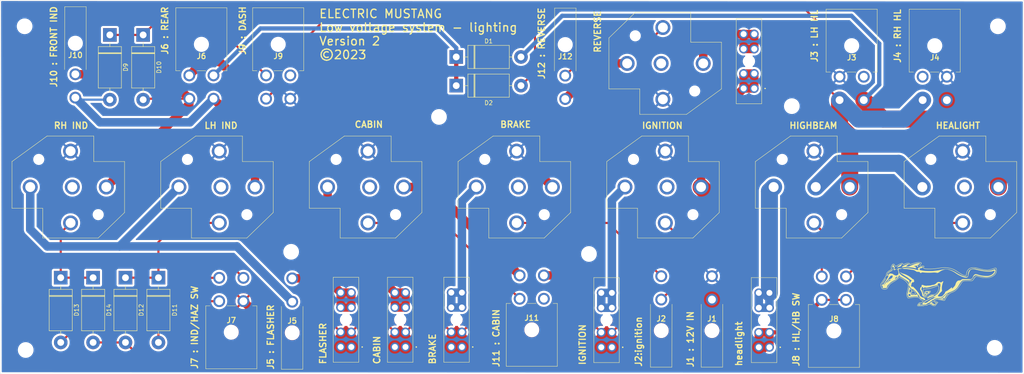
<source format=kicad_pcb>
(kicad_pcb (version 20221018) (generator pcbnew)
  (layers (0 "F.Cu" signal) (31 "B.Cu" signal) (34 "B.Paste" user) (35 "F.Paste" user) (36 "B.SilkS" user "B.Silkscreen") (37 "F.SilkS" user "F.Silkscreen") (38 "B.Mask" user) (39 "F.Mask" user) (44 "Edge.Cuts" user))
  (net 0 "")
  (net 1 "DASH_INDICATOR_INDICATOR")
  (net 2 "LH_FRONT_INDICATOR")
  (net 3 "RH_FRONT_INDICATOR")
  (net 4 "Net-(D11-Pad1)")
  (net 5 "Net-(D13-Pad1)")
  (net 6 "DASH_HIGHBEAM_INDICATOR")
  (net 7 "FLASHER_A")
  (net 8 "Net-(HEADLIGHT_FUSE1-Pad3)")
  (net 10 "HEADLIGHT_12V")
  (net 12 "FLASHER_B")
  (net 14 "LH_INDICATOR_SWITCH_RETURN")
  (net 15 "HAZARD_SWITCH_RETURN")
  (net 16 "RH_INDICATOR_SWITCH_RETURN")
  (net 17 "12V")
  (net 18 "LH_HEADLIGHT")
  (net 19 "HEADLIGHT_SWITCH_RETURN")
  (net 20 "HIGHBEAM_SWITCH_RETURN")
  (net 21 "IGNITION_ON_IN")
  (net 24 "Net-(LIGHTING_IGNITION_RELAY1-Pad3)")
  (net 26 "BRAKE_LIGHT")
  (net 28 "BRAKE_SIGNAL_IN")
  (net 30 "CABIN_LIGHT_SWITCH_RETURN")
  (net 31 "CABIN_LIGHT")
  (net 32 "Net-(CABIN_LIGHTS_FUSE1-Pad3)")
  (net 34 "TAIL_LIGHT")
  (net 35 "HEADLIGHT_SWITCH_SEND")
  (net 37 "GND")
  (net 38 "REVERSE_LIGHT")
  (net 39 "REVERSE_SIGNAL")
  (net 40 "Net-(BRAKE_LIGHT_FUSE_1-Pad3)")
  (net 41 "Net-(REVERSE_LIGHTS_FUSE1-Pad3)")
  (footprint "Library:DZ85AB5PCB" (layer "F.Cu") (at 240 80 180)
    (fp_text reference "LIGHTING_IGNITION_RELAY1" hide)
    (fp_text value "DZ85AB-5-PCB" hide)
    (pad "" np_thru_hole circle (at 1.91 -6.5 180) (size 0.001 0.001) (drill 2.11) (layers "*.Cu" "*.Mask"))
    (pad "" np_thru_hole circle (at 15.9 6.5 180) (size 0.001 0.001) (drill 2.11) (layers "*.Cu" "*.Mask"))
    (pad "1" thru_hole circle (at 0 0 180) (size 3.51 3.51) (drill 2.34) (layers "*.Cu" "*.Mask") (net 35 "HEADLIGHT_SWITCH_SEND"))
    (pad "2" thru_hole circle (at 8 0 180) (size 3.51 3.51) (drill 2.34) (layers "*.Cu" "*.Mask"))
    (pad "3" thru_hole circle (at 17.91 0 180) (size 3.51 3.51) (drill 2.34) (layers "*.Cu" "*.Mask") (net 24 "Net-(LIGHTING_IGNITION_RELAY1-Pad3)"))
    (pad "4" thru_hole circle (at 8.41 -8.45 180) (size 3.51 3.51) (drill 2.34) (layers "*.Cu" "*.Mask") (net 21 "IGNITION_ON_IN"))
    (pad "5" thru_hole circle (at 8.41 8.45 180) (size 3.51 3.51) (drill 2.34) (layers "*.Cu" "*.Mask") (net 37 "GND"))
  )
  (footprint "MountingHole:MountingHole_3.2mm_M3" (layer "F.Cu") (at 309.88 42.164)
    (fp_text reference "H2" hide)
    (fp_text value "MountingHole" hide)
    (pad "" np_thru_hole circle (at 0 0) (size 3.2 3.2) (drill 3.2) (layers "*.Cu" "*.Mask"))
  )
  (footprint "Library:768250004" (layer "F.Cu") (at 275.458 48.836 180)
    (fp_text reference "J3" (at 0 -0.694 180) (layer "F.SilkS") (effects (font (size 1.27 1.27) (thickness 0.254))))
    (fp_text value "76825-0004" hide)
    (pad "" np_thru_hole circle (at 0 2.1 180) (size 0.001 0.001) (drill 3.05) (layers "*.Cu" "*.Mask"))
    (pad "1" thru_hole circle (at -2.85 -10.7 180) (size 2.775 2.775) (drill 1.85) (layers "*.Cu" "*.Mask") (net 18 "LH_HEADLIGHT"))
    (pad "2" thru_hole circle (at 2.85 -10.7 180) (size 2.775 2.775) (drill 1.85) (layers "*.Cu" "*.Mask") (net 6 "DASH_HIGHBEAM_INDICATOR"))
    (pad "3" thru_hole circle (at -2.85 -5.2 180) (size 2.775 2.775) (drill 1.85) (layers "*.Cu" "*.Mask"))
    (pad "4" thru_hole circle (at 2.85 -5.2 180) (size 2.775 2.775) (drill 1.85) (layers "*.Cu" "*.Mask") (net 37 "GND"))
  )
  (footprint "Diode_THT:D_DO-201AD_P15.24mm_Horizontal" (layer "F.Cu") (at 108.673 44.196 -90)
    (fp_text reference "D10" (at 7.62 -3.72 90) (layer "F.SilkS"))
    (fp_text value "10A10" hide)
    (pad "1" thru_hole rect (at 0 0 270) (size 3.2 3.2) (drill 1.6) (layers "*.Cu" "*.Mask") (net 1 "DASH_INDICATOR_INDICATOR"))
    (pad "2" thru_hole oval (at 15.24 0 270) (size 3.2 3.2) (drill 1.6) (layers "*.Cu" "*.Mask") (net 3 "RH_FRONT_INDICATOR"))
  )
  (footprint "MountingHole:MountingHole_3.2mm_M3" (layer "F.Cu") (at 81.026 118.364)
    (fp_text reference "H3" hide)
    (fp_text value "MountingHole" hide)
    (pad "" np_thru_hole circle (at 0 0) (size 3.2 3.2) (drill 3.2) (layers "*.Cu" "*.Mask"))
  )
  (footprint "Library:768250002" (layer "F.Cu") (at 242.57 111.692)
    (fp_text reference "J1" (at 0 -0.694) (layer "F.SilkS") (effects (font (size 1.27 1.27) (thickness 0.254))))
    (fp_text value "76825-0002" hide)
    (pad "" np_thru_hole circle (at 0 2.1) (size 0.001 0.001) (drill 3.05) (layers "*.Cu" "*.Mask"))
    (pad "1" thru_hole circle (at 0 -10.7) (size 2.775 2.775) (drill 1.85) (layers "*.Cu" "*.Mask") (net 37 "GND"))
    (pad "2" thru_hole circle (at 0 -5.2) (size 2.775 2.775) (drill 1.85) (layers "*.Cu" "*.Mask") (net 17 "12V"))
  )
  (footprint "Library:DZ85AB5PCB" (layer "F.Cu") (at 222.606 50.904)
    (fp_text reference "REVERSE_LIGHT_RELAY1" hide)
    (fp_text value "DZ85AB-5-PCB" hide)
    (pad "" np_thru_hole circle (at 1.91 -6.5) (size 0.001 0.001) (drill 2.11) (layers "*.Cu" "*.Mask"))
    (pad "" np_thru_hole circle (at 15.9 6.5) (size 0.001 0.001) (drill 2.11) (layers "*.Cu" "*.Mask"))
    (pad "1" thru_hole circle (at 0 0) (size 3.51 3.51) (drill 2.34) (layers "*.Cu" "*.Mask") (net 38 "REVERSE_LIGHT"))
    (pad "2" thru_hole circle (at 8 0) (size 3.51 3.51) (drill 2.34) (layers "*.Cu" "*.Mask"))
    (pad "3" thru_hole circle (at 17.91 0) (size 3.51 3.51) (drill 2.34) (layers "*.Cu" "*.Mask") (net 41 "Net-(REVERSE_LIGHTS_FUSE1-Pad3)"))
    (pad "4" thru_hole circle (at 8.41 -8.45) (size 3.51 3.51) (drill 2.34) (layers "*.Cu" "*.Mask") (net 39 "REVERSE_SIGNAL"))
    (pad "5" thru_hole circle (at 8.41 8.45) (size 3.51 3.51) (drill 2.34) (layers "*.Cu" "*.Mask") (net 37 "GND"))
  )
  (footprint "Library:DZ85AB5PCB" (layer "F.Cu") (at 310 80 180)
    (fp_text reference "HEADLIGHT_RELAY1" hide)
    (fp_text value "DZ85AB-5-PCB" hide)
    (pad "" np_thru_hole circle (at 1.91 -6.5 180) (size 0.001 0.001) (drill 2.11) (layers "*.Cu" "*.Mask"))
    (pad "" np_thru_hole circle (at 15.9 6.5 180) (size 0.001 0.001) (drill 2.11) (layers "*.Cu" "*.Mask"))
    (pad "1" thru_hole circle (at 0 0 180) (size 3.51 3.51) (drill 2.34) (layers "*.Cu" "*.Mask") (net 18 "LH_HEADLIGHT"))
    (pad "2" thru_hole circle (at 8 0 180) (size 3.51 3.51) (drill 2.34) (layers "*.Cu" "*.Mask"))
    (pad "3" thru_hole circle (at 17.91 0 180) (size 3.51 3.51) (drill 2.34) (layers "*.Cu" "*.Mask") (net 10 "HEADLIGHT_12V"))
    (pad "4" thru_hole circle (at 8.41 -8.45 180) (size 3.51 3.51) (drill 2.34) (layers "*.Cu" "*.Mask") (net 19 "HEADLIGHT_SWITCH_RETURN"))
    (pad "5" thru_hole circle (at 8.41 8.45 180) (size 3.51 3.51) (drill 2.34) (layers "*.Cu" "*.Mask") (net 37 "GND"))
  )
  (footprint "Diode_THT:D_DO-201AD_P15.24mm_Horizontal" (layer "F.Cu") (at 89.27 101.346 -90)
    (fp_text reference "D13" (at 7.62 -3.72 90) (layer "F.SilkS"))
    (fp_text value "10A10" hide)
    (pad "1" thru_hole rect (at 0 0 270) (size 3.2 3.2) (drill 1.6) (layers "*.Cu" "*.Mask") (net 5 "Net-(D13-Pad1)"))
    (pad "2" thru_hole oval (at 15.24 0 270) (size 3.2 3.2) (drill 1.6) (layers "*.Cu" "*.Mask") (net 16 "RH_INDICATOR_SWITCH_RETURN"))
  )
  (footprint "Library:DZ85AB5PCB" (layer "F.Cu") (at 135 80 180)
    (fp_text reference "LH_INDICATOR_RELAY1" hide)
    (fp_text value "DZ85AB-5-PCB" hide)
    (pad "" np_thru_hole circle (at 1.91 -6.5 180) (size 0.001 0.001) (drill 2.11) (layers "*.Cu" "*.Mask"))
    (pad "" np_thru_hole circle (at 15.9 6.5 180) (size 0.001 0.001) (drill 2.11) (layers "*.Cu" "*.Mask"))
    (pad "1" thru_hole circle (at 0 0 180) (size 3.51 3.51) (drill 2.34) (layers "*.Cu" "*.Mask") (net 2 "LH_FRONT_INDICATOR"))
    (pad "2" thru_hole circle (at 8 0 180) (size 3.51 3.51) (drill 2.34) (layers "*.Cu" "*.Mask"))
    (pad "3" thru_hole circle (at 17.91 0 180) (size 3.51 3.51) (drill 2.34) (layers "*.Cu" "*.Mask") (net 12 "FLASHER_B"))
    (pad "4" thru_hole circle (at 8.41 -8.45 180) (size 3.51 3.51) (drill 2.34) (layers "*.Cu" "*.Mask") (net 4 "Net-(D11-Pad1)"))
    (pad "5" thru_hole circle (at 8.41 8.45 180) (size 3.51 3.51) (drill 2.34) (layers "*.Cu" "*.Mask") (net 37 "GND"))
  )
  (footprint "Library:768250002" (layer "F.Cu") (at 92.71 48.26 180)
    (fp_text reference "J10" (at 0 -0.694 180) (layer "F.SilkS") (effects (font (size 1.27 1.27) (thickness 0.254))))
    (fp_text value "76825-0002" hide)
    (pad "" np_thru_hole circle (at 0 2.1 180) (size 0.001 0.001) (drill 3.05) (layers "*.Cu" "*.Mask"))
    (pad "1" thru_hole circle (at 0 -10.7 180) (size 2.775 2.775) (drill 1.85) (layers "*.Cu" "*.Mask") (net 2 "LH_FRONT_INDICATOR"))
    (pad "2" thru_hole circle (at 0 -5.2 180) (size 2.775 2.775) (drill 1.85) (layers "*.Cu" "*.Mask") (net 3 "RH_FRONT_INDICATOR"))
  )
  (footprint "Library:DZ85AB5PCB" (layer "F.Cu") (at 275 80 180)
    (fp_text reference "HIGHBEAM_RELAY1" hide)
    (fp_text value "DZ85AB-5-PCB" hide)
    (pad "" np_thru_hole circle (at 1.91 -6.5 180) (size 0.001 0.001) (drill 2.11) (layers "*.Cu" "*.Mask"))
    (pad "" np_thru_hole circle (at 15.9 6.5 180) (size 0.001 0.001) (drill 2.11) (layers "*.Cu" "*.Mask"))
    (pad "1" thru_hole circle (at 0 0 180) (size 3.51 3.51) (drill 2.34) (layers "*.Cu" "*.Mask") (net 6 "DASH_HIGHBEAM_INDICATOR"))
    (pad "2" thru_hole circle (at 8 0 180) (size 3.51 3.51) (drill 2.34) (layers "*.Cu" "*.Mask") (net 10 "HEADLIGHT_12V"))
    (pad "3" thru_hole circle (at 17.91 0 180) (size 3.51 3.51) (drill 2.34) (layers "*.Cu" "*.Mask") (net 8 "Net-(HEADLIGHT_FUSE1-Pad3)"))
    (pad "4" thru_hole circle (at 8.41 -8.45 180) (size 3.51 3.51) (drill 2.34) (layers "*.Cu" "*.Mask") (net 20 "HIGHBEAM_SWITCH_RETURN"))
    (pad "5" thru_hole circle (at 8.41 8.45 180) (size 3.51 3.51) (drill 2.34) (layers "*.Cu" "*.Mask") (net 37 "GND"))
  )
  (footprint "Diode_THT:D_DO-201AD_P15.24mm_Horizontal" (layer "F.Cu") (at 182.372 49.384)
    (fp_text reference "D1" (at 7.62 -3.72) (layer "F.SilkS"))
    (fp_text value "10A10" hide)
    (pad "1" thru_hole rect (at 0 0) (size 3.2 3.2) (drill 1.6) (layers "*.Cu" "*.Mask") (net 34 "TAIL_LIGHT"))
    (pad "2" thru_hole oval (at 15.24 0) (size 3.2 3.2) (drill 1.6) (layers "*.Cu" "*.Mask") (net 18 "LH_HEADLIGHT"))
  )
  (footprint "Library:768250004" (layer "F.Cu") (at 271.272 111.76)
    (fp_text reference "J8" (at 0 -0.694) (layer "F.SilkS") (effects (font (size 1.27 1.27) (thickness 0.254))))
    (fp_text value "76825-0004" hide)
    (pad "" np_thru_hole circle (at 0 2.1) (size 0.001 0.001) (drill 3.05) (layers "*.Cu" "*.Mask"))
    (pad "1" thru_hole circle (at -2.85 -10.7) (size 2.775 2.775) (drill 1.85) (layers "*.Cu" "*.Mask") (net 20 "HIGHBEAM_SWITCH_RETURN"))
    (pad "2" thru_hole circle (at 2.85 -10.7) (size 2.775 2.775) (drill 1.85) (layers "*.Cu" "*.Mask") (net 19 "HEADLIGHT_SWITCH_RETURN"))
    (pad "3" thru_hole circle (at -2.85 -5.2) (size 2.775 2.775) (drill 1.85) (layers "*.Cu" "*.Mask") (net 35 "HEADLIGHT_SWITCH_SEND"))
    (pad "4" thru_hole circle (at 2.85 -5.2) (size 2.775 2.775) (drill 1.85) (layers "*.Cu" "*.Mask") (net 35 "HEADLIGHT_SWITCH_SEND"))
  )
  (footprint "Diode_THT:D_DO-201AD_P15.24mm_Horizontal" (layer "F.Cu") (at 182.372 56.134)
    (fp_text reference "D2" (at 7.62 4.064) (layer "F.SilkS"))
    (fp_text value "10A10" hide)
    (pad "1" thru_hole rect (at 0 0) (size 3.2 3.2) (drill 1.6) (layers "*.Cu" "*.Mask") (net 34 "TAIL_LIGHT"))
    (pad "2" thru_hole oval (at 15.24 0) (size 3.2 3.2) (drill 1.6) (layers "*.Cu" "*.Mask") (net 6 "DASH_HIGHBEAM_INDICATOR"))
  )
  (footprint "Library:17861650001" (layer "F.Cu") (at 219.011 117.718 90)
    (fp_text reference "LIGHTING_MASTER_FUSE1" hide)
    (fp_text value "178.6165.0001" hide)
    (pad "" np_thru_hole circle (at 6.4 -1.25 90) (size 0.001 0.001) (drill 2.4) (layers "*.Cu" "*.Mask"))
    (pad "1" thru_hole circle (at 0 0 90) (size 2.1 2.1) (drill 1.4) (layers "*.Cu" "*.Mask") (net 17 "12V"))
    (pad "2" thru_hole circle (at 3.5 0 90) (size 2.1 2.1) (drill 1.4) (layers "*.Cu" "*.Mask") (net 17 "12V"))
    (pad "3" thru_hole circle (at 9.3 0 90) (size 2.1 2.1) (drill 1.4) (layers "*.Cu" "*.Mask") (net 24 "Net-(LIGHTING_IGNITION_RELAY1-Pad3)"))
    (pad "4" thru_hole circle (at 12.8 0 90) (size 2.1 2.1) (drill 1.4) (layers "*.Cu" "*.Mask") (net 24 "Net-(LIGHTING_IGNITION_RELAY1-Pad3)"))
    (pad "5" thru_hole circle (at 12.8 -2.5 90) (size 2.1 2.1) (drill 1.4) (layers "*.Cu" "*.Mask") (net 24 "Net-(LIGHTING_IGNITION_RELAY1-Pad3)"))
    (pad "6" thru_hole circle (at 9.3 -2.5 90) (size 2.1 2.1) (drill 1.4) (layers "*.Cu" "*.Mask") (net 24 "Net-(LIGHTING_IGNITION_RELAY1-Pad3)"))
    (pad "7" thru_hole circle (at 3.5 -2.5 90) (size 2.1 2.1) (drill 1.4) (layers "*.Cu" "*.Mask") (net 17 "12V"))
    (pad "8" thru_hole circle (at 0 -2.5 90) (size 2.1 2.1) (drill 1.4) (layers "*.Cu" "*.Mask") (net 17 "12V"))
  )
  (footprint "MountingHole:MountingHole_3.2mm_M3" (layer "F.Cu") (at 309.118 117.856)
    (fp_text reference "H4" hide)
    (fp_text value "MountingHole" hide)
    (pad "" np_thru_hole circle (at 0 0) (size 3.2 3.2) (drill 3.2) (layers "*.Cu" "*.Mask"))
  )
  (footprint "Library:DZ85AB5PCB" (layer "F.Cu") (at 205 80 180)
    (fp_text reference "BRAKE_LIGHT_RELAY1" hide)
    (fp_text value "DZ85AB-5-PCB" hide)
    (pad "" np_thru_hole circle (at 1.91 -6.5 180) (size 0.001 0.001) (drill 2.11) (layers "*.Cu" "*.Mask"))
    (pad "" np_thru_hole circle (at 15.9 6.5 180) (size 0.001 0.001) (drill 2.11) (layers "*.Cu" "*.Mask"))
    (pad "1" thru_hole circle (at 0 0 180) (size 3.51 3.51) (drill 2.34) (layers "*.Cu" "*.Mask") (net 26 "BRAKE_LIGHT"))
    (pad "2" thru_hole circle (at 8 0 180) (size 3.51 3.51) (drill 2.34) (layers "*.Cu" "*.Mask"))
    (pad "3" thru_hole circle (at 17.91 0 180) (size 3.51 3.51) (drill 2.34) (layers "*.Cu" "*.Mask") (net 40 "Net-(BRAKE_LIGHT_FUSE_1-Pad3)"))
    (pad "4" thru_hole circle (at 8.41 -8.45 180) (size 3.51 3.51) (drill 2.34) (layers "*.Cu" "*.Mask") (net 28 "BRAKE_SIGNAL_IN"))
    (pad "5" thru_hole circle (at 8.41 8.45 180) (size 3.51 3.51) (drill 2.34) (layers "*.Cu" "*.Mask") (net 37 "GND"))
  )
  (footprint "Library:768250002" (layer "F.Cu") (at 208.026 48.582 180)
    (fp_text reference "J12" (at 0 -0.694 180) (layer "F.SilkS") (effects (font (size 1.27 1.27) (thickness 0.254))))
    (fp_text value "76825-0002" hide)
    (pad "" np_thru_hole circle (at 0 2.1 180) (size 0.001 0.001) (drill 3.05) (layers "*.Cu" "*.Mask"))
    (pad "1" thru_hole circle (at 0 -10.7 180) (size 2.775 2.775) (drill 1.85) (layers "*.Cu" "*.Mask") (net 38 "REVERSE_LIGHT"))
    (pad "2" thru_hole circle (at 0 -5.2 180) (size 2.775 2.775) (drill 1.85) (layers "*.Cu" "*.Mask") (net 39 "REVERSE_SIGNAL"))
  )
  (footprint "Library:17861650001" (layer "F.Cu") (at 183.705 117.652 90)
    (fp_text reference "BRAKE_LIGHT_FUSE_1" hide)
    (fp_text value "178.6165.0001" hide)
    (pad "" np_thru_hole circle (at 6.4 -1.25 90) (size 0.001 0.001) (drill 2.4) (layers "*.Cu" "*.Mask"))
    (pad "1" thru_hole circle (at 0 0 90) (size 2.1 2.1) (drill 1.4) (layers "*.Cu" "*.Mask") (net 17 "12V"))
    (pad "2" thru_hole circle (at 3.5 0 90) (size 2.1 2.1) (drill 1.4) (layers "*.Cu" "*.Mask") (net 17 "12V"))
    (pad "3" thru_hole circle (at 9.3 0 90) (size 2.1 2.1) (drill 1.4) (layers "*.Cu" "*.Mask") (net 40 "Net-(BRAKE_LIGHT_FUSE_1-Pad3)"))
    (pad "4" thru_hole circle (at 12.8 0 90) (size 2.1 2.1) (drill 1.4) (layers "*.Cu" "*.Mask") (net 40 "Net-(BRAKE_LIGHT_FUSE_1-Pad3)"))
    (pad "5" thru_hole circle (at 12.8 -2.5 90) (size 2.1 2.1) (drill 1.4) (layers "*.Cu" "*.Mask") (net 40 "Net-(BRAKE_LIGHT_FUSE_1-Pad3)"))
    (pad "6" thru_hole circle (at 9.3 -2.5 90) (size 2.1 2.1) (drill 1.4) (layers "*.Cu" "*.Mask") (net 40 "Net-(BRAKE_LIGHT_FUSE_1-Pad3)"))
    (pad "7" thru_hole circle (at 3.5 -2.5 90) (size 2.1 2.1) (drill 1.4) (layers "*.Cu" "*.Mask") (net 17 "12V"))
    (pad "8" thru_hole circle (at 0 -2.5 90) (size 2.1 2.1) (drill 1.4) (layers "*.Cu" "*.Mask") (net 17 "12V"))
  )
  (footprint "Library:768250002" (layer "F.Cu") (at 143.764 112.2)
    (fp_text reference "J5" (at 0 -0.694) (layer "F.SilkS") (effects (font (size 1.27 1.27) (thickness 0.254))))
    (fp_text value "76825-0002" hide)
    (pad "" np_thru_hole circle (at 0 2.1) (size 0.001 0.001) (drill 3.05) (layers "*.Cu" "*.Mask"))
    (pad "1" thru_hole circle (at 0 -10.7) (size 2.775 2.775) (drill 1.85) (layers "*.Cu" "*.Mask") (net 7 "FLASHER_A"))
    (pad "2" thru_hole circle (at 0 -5.2) (size 2.775 2.775) (drill 1.85) (layers "*.Cu" "*.Mask") (net 12 "FLASHER_B"))
  )
  (footprint "Diode_THT:D_DO-201AD_P15.24mm_Horizontal" (layer "F.Cu") (at 96.89 101.346 -90)
    (fp_text reference "D14" (at 7.62 -3.72 90) (layer "F.SilkS"))
    (fp_text value "10A10" hide)
    (pad "1" thru_hole rect (at 0 0 270) (size 3.2 3.2) (drill 1.6) (layers "*.Cu" "*.Mask") (net 5 "Net-(D13-Pad1)"))
    (pad "2" thru_hole oval (at 15.24 0 270) (size 3.2 3.2) (drill 1.6) (layers "*.Cu" "*.Mask") (net 15 "HAZARD_SWITCH_RETURN"))
  )
  (footprint "local:mustang" (layer "F.Cu") (at 295.91 102.87)
    (fp_text reference "G***" hide)
    (fp_text value "LOGO" hide)
  )
  (footprint "Library:768250004" (layer "F.Cu") (at 140.462 48.514 180)
    (fp_text reference "J9" (at 0 -0.694 180) (layer "F.SilkS") (effects (font (size 1.27 1.27) (thickness 0.254))))
    (fp_text value "76825-0004" hide)
    (pad "" np_thru_hole circle (at 0 2.1 180) (size 0.001 0.001) (drill 3.05) (layers "*.Cu" "*.Mask"))
    (pad "1" thru_hole circle (at -2.85 -10.7 180) (size 2.775 2.775) (drill 1.85) (layers "*.Cu" "*.Mask") (net 37 "GND"))
    (pad "2" thru_hole circle (at 2.85 -10.7 180) (size 2.775 2.775) (drill 1.85) (layers "*.Cu" "*.Mask") (net 6 "DASH_HIGHBEAM_INDICATOR"))
    (pad "3" thru_hole circle (at -2.85 -5.2 180) (size 2.775 2.775) (drill 1.85) (layers "*.Cu" "*.Mask"))
    (pad "4" thru_hole circle (at 2.85 -5.2 180) (size 2.775 2.775) (drill 1.85) (layers "*.Cu" "*.Mask") (net 1 "DASH_INDICATOR_INDICATOR"))
  )
  (footprint "Library:17861650001" (layer "F.Cu") (at 252.517 56.796 90)
    (fp_text reference "REVERSE_LIGHTS_FUSE1" hide)
    (fp_text value "178.6165.0001" hide)
    (pad "" np_thru_hole circle (at 6.4 -1.25 90) (size 0.001 0.001) (drill 2.4) (layers "*.Cu" "*.Mask"))
    (pad "1" thru_hole circle (at 0 0 90) (size 2.1 2.1) (drill 1.4) (layers "*.Cu" "*.Mask") (net 35 "HEADLIGHT_SWITCH_SEND"))
    (pad "2" thru_hole circle (at 3.5 0 90) (size 2.1 2.1) (drill 1.4) (layers "*.Cu" "*.Mask") (net 35 "HEADLIGHT_SWITCH_SEND"))
    (pad "3" thru_hole circle (at 9.3 0 90) (size 2.1 2.1) (drill 1.4) (layers "*.Cu" "*.Mask") (net 41 "Net-(REVERSE_LIGHTS_FUSE1-Pad3)"))
    (pad "4" thru_hole circle (at 12.8 0 90) (size 2.1 2.1) (drill 1.4) (layers "*.Cu" "*.Mask") (net 41 "Net-(REVERSE_LIGHTS_FUSE1-Pad3)"))
    (pad "5" thru_hole circle (at 12.8 -2.5 90) (size 2.1 2.1) (drill 1.4) (layers "*.Cu" "*.Mask") (net 41 "Net-(REVERSE_LIGHTS_FUSE1-Pad3)"))
    (pad "6" thru_hole circle (at 9.3 -2.5 90) (size 2.1 2.1) (drill 1.4) (layers "*.Cu" "*.Mask") (net 41 "Net-(REVERSE_LIGHTS_FUSE1-Pad3)"))
    (pad "7" thru_hole circle (at 3.5 -2.5 90) (size 2.1 2.1) (drill 1.4) (layers "*.Cu" "*.Mask") (net 35 "HEADLIGHT_SWITCH_SEND"))
    (pad "8" thru_hole circle (at 0 -2.5 90) (size 2.1 2.1) (drill 1.4) (layers "*.Cu" "*.Mask") (net 35 "HEADLIGHT_SWITCH_SEND"))
  )
  (footprint "MountingHole:MountingHole_3.2mm_M3" (layer "F.Cu") (at 213.614 95.758)
    (fp_text reference "H7" hide)
    (fp_text value "MountingHole" hide)
    (pad "" np_thru_hole circle (at 0 0) (size 3.2 3.2) (drill 3.2) (layers "*.Cu" "*.Mask"))
  )
  (footprint "Diode_THT:D_DO-201AD_P15.24mm_Horizontal" (layer "F.Cu") (at 104.51 101.346 -90)
    (fp_text reference "D12" (at 7.62 -3.72 90) (layer "F.SilkS"))
    (fp_text value "10A10" hide)
    (pad "1" thru_hole rect (at 0 0 270) (size 3.2 3.2) (drill 1.6) (layers "*.Cu" "*.Mask") (net 4 "Net-(D11-Pad1)"))
    (pad "2" thru_hole oval (at 15.24 0 270) (size 3.2 3.2) (drill 1.6) (layers "*.Cu" "*.Mask") (net 15 "HAZARD_SWITCH_RETURN"))
  )
  (footprint "MountingHole:MountingHole_3.2mm_M3" (layer "F.Cu") (at 261.366 60.96)
    (fp_text reference "H8" hide)
    (fp_text value "MountingHole" hide)
    (pad "" np_thru_hole circle (at 0 0) (size 3.2 3.2) (drill 3.2) (layers "*.Cu" "*.Mask"))
  )
  (footprint "Library:DZ85AB5PCB" (layer "F.Cu") (at 100 80 180)
    (fp_text reference "RH_INDICATOR_RELAY1" hide)
    (fp_text value "DZ85AB-5-PCB" hide)
    (pad "" np_thru_hole circle (at 1.91 -6.5 180) (size 0.001 0.001) (drill 2.11) (layers "*.Cu" "*.Mask"))
    (pad "" np_thru_hole circle (at 15.9 6.5 180) (size 0.001 0.001) (drill 2.11) (layers "*.Cu" "*.Mask"))
    (pad "1" thru_hole circle (at 0 0 180) (size 3.51 3.51) (drill 2.34) (layers "*.Cu" "*.Mask") (net 3 "RH_FRONT_INDICATOR"))
    (pad "2" thru_hole circle (at 8 0 180) (size 3.51 3.51) (drill 2.34) (layers "*.Cu" "*.Mask"))
    (pad "3" thru_hole circle (at 17.91 0 180) (size 3.51 3.51) (drill 2.34) (layers "*.Cu" "*.Mask") (net 12 "FLASHER_B"))
    (pad "4" thru_hole circle (at 8.41 -8.45 180) (size 3.51 3.51) (drill 2.34) (layers "*.Cu" "*.Mask") (net 5 "Net-(D13-Pad1)"))
    (pad "5" thru_hole circle (at 8.41 8.45 180) (size 3.51 3.51) (drill 2.34) (layers "*.Cu" "*.Mask") (net 37 "GND"))
  )
  (footprint "Library:17861650001" (layer "F.Cu") (at 157.671 117.652 90)
    (fp_text reference "FLASHER_FUSE1" hide)
    (fp_text value "178.6165.0001" hide)
    (pad "" np_thru_hole circle (at 6.4 -1.25 90) (size 0.001 0.001) (drill 2.4) (layers "*.Cu" "*.Mask"))
    (pad "1" thru_hole circle (at 0 0 90) (size 2.1 2.1) (drill 1.4) (layers "*.Cu" "*.Mask") (net 17 "12V"))
    (pad "2" thru_hole circle (at 3.5 0 90) (size 2.1 2.1) (drill 1.4) (layers "*.Cu" "*.Mask") (net 17 "12V"))
    (pad "3" thru_hole circle (at 9.3 0 90) (size 2.1 2.1) (drill 1.4) (layers "*.Cu" "*.Mask") (net 7 "FLASHER_A"))
    (pad "4" thru_hole circle (at 12.8 0 90) (size 2.1 2.1) (drill 1.4) (layers "*.Cu" "*.Mask") (net 7 "FLASHER_A"))
    (pad "5" thru_hole circle (at 12.8 -2.5 90) (size 2.1 2.1) (drill 1.4) (layers "*.Cu" "*.Mask") (net 7 "FLASHER_A"))
    (pad "6" thru_hole circle (at 9.3 -2.5 90) (size 2.1 2.1) (drill 1.4) (layers "*.Cu" "*.Mask") (net 7 "FLASHER_A"))
    (pad "7" thru_hole circle (at 3.5 -2.5 90) (size 2.1 2.1) (drill 1.4) (layers "*.Cu" "*.Mask") (net 17 "12V"))
    (pad "8" thru_hole circle (at 0 -2.5 90) (size 2.1 2.1) (drill 1.4) (layers "*.Cu" "*.Mask") (net 17 "12V"))
  )
  (footprint "Diode_THT:D_DO-201AD_P15.24mm_Horizontal" (layer "F.Cu") (at 112.268 101.346 -90)
    (fp_text reference "D11" (at 7.62 -3.81 90) (layer "F.SilkS"))
    (fp_text value "10A10" hide)
    (pad "1" thru_hole rect (at 0 0 270) (size 3.2 3.2) (drill 1.6) (layers "*.Cu" "*.Mask") (net 4 "Net-(D11-Pad1)"))
    (pad "2" thru_hole oval (at 15.24 0 270) (size 3.2 3.2) (drill 1.6) (layers "*.Cu" "*.Mask") (net 14 "LH_INDICATOR_SWITCH_RETURN"))
  )
  (footprint "Library:768250004" (layer "F.Cu") (at 129.424 112.074)
    (fp_text reference "J7" (at 0 -0.694) (layer "F.SilkS") (effects (font (size 1.27 1.27) (thickness 0.254))))
    (fp_text value "76825-0004" hide)
    (pad "" np_thru_hole circle (at 0 2.1) (size 0.001 0.001) (drill 3.05) (layers "*.Cu" "*.Mask"))
    (pad "1" thru_hole circle (at -2.85 -10.7) (size 2.775 2.775) (drill 1.85) (layers "*.Cu" "*.Mask") (net 14 "LH_INDICATOR_SWITCH_RETURN"))
    (pad "2" thru_hole circle (at 2.85 -10.7) (size 2.775 2.775) (drill 1.85) (layers "*.Cu" "*.Mask") (net 16 "RH_INDICATOR_SWITCH_RETURN"))
    (pad "3" thru_hole circle (at -2.85 -5.2) (size 2.775 2.775) (drill 1.85) (layers "*.Cu" "*.Mask") (net 15 "HAZARD_SWITCH_RETURN"))
    (pad "4" thru_hole circle (at 2.85 -5.2) (size 2.775 2.775) (drill 1.85) (layers "*.Cu" "*.Mask") (net 17 "12V"))
  )
  (footprint "Library:768250002" (layer "F.Cu") (at 230.632 111.692)
    (fp_text reference "J2" (at 0 -0.694) (layer "F.SilkS") (effects (font (size 1.27 1.27) (thickness 0.254))))
    (fp_text value "76825-0002" hide)
    (pad "" np_thru_hole circle (at 0 2.1) (size 0.001 0.001) (drill 3.05) (layers "*.Cu" "*.Mask"))
    (pad "1" thru_hole circle (at 0 -10.7) (size 2.775 2.775) (drill 1.85) (layers "*.Cu" "*.Mask") (net 28 "BRAKE_SIGNAL_IN"))
    (pad "2" thru_hole circle (at 0 -5.2) (size 2.775 2.775) (drill 1.85) (layers "*.Cu" "*.Mask") (net 21 "IGNITION_ON_IN"))
  )
  (footprint "MountingHole:MountingHole_3.2mm_M3" (layer "F.Cu") (at 178.308 63.5)
    (fp_text reference "H6" hide)
    (fp_text value "MountingHole" hide)
    (pad "" np_thru_hole circle (at 0 0) (size 3.2 3.2) (drill 3.2) (layers "*.Cu" "*.Mask"))
  )
  (footprint "Library:768250004" (layer "F.Cu") (at 200.152 111.506)
    (fp_text reference "J11" (at 0 -0.694) (layer "F.SilkS") (effects (font (size 1.27 1.27) (thickness 0.254))))
    (fp_text value "76825-0004" hide)
    (pad "" np_thru_hole circle (at 0 2.1) (size 0.001 0.001) (drill 3.05) (layers "*.Cu" "*.Mask"))
    (pad "1" thru_hole circle (at -2.85 -10.7) (size 2.775 2.775) (drill 1.85) (layers "*.Cu" "*.Mask") (net 31 "CABIN_LIGHT"))
    (pad "2" thru_hole circle (at 2.85 -10.7) (size 2.775 2.775) (drill 1.85) (layers "*.Cu" "*.Mask") (net 17 "12V"))
    (pad "3" thru_hole circle (at -2.85 -5.2) (size 2.775 2.775) (drill 1.85) (layers "*.Cu" "*.Mask") (net 30 "CABIN_LIGHT_SWITCH_RETURN"))
    (pad "4" thru_hole circle (at 2.85 -5.2) (size 2.775 2.775) (drill 1.85) (layers "*.Cu" "*.Mask"))
  )
  (footprint "Library:768250004" (layer "F.Cu") (at 122.389 48.514 180)
    (fp_text reference "J6" (at 0 -0.694 180) (layer "F.SilkS") (effects (font (size 1.27 1.27) (thickness 0.254))))
    (fp_text value "76825-0004" hide)
    (pad "" np_thru_hole circle (at 0 2.1 180) (size 0.001 0.001) (drill 3.05) (layers "*.Cu" "*.Mask"))
    (pad "1" thru_hole circle (at -2.85 -10.7 180) (size 2.775 2.775) (drill 1.85) (layers "*.Cu" "*.Mask") (net 2 "LH_FRONT_INDICATOR"))
    (pad "2" thru_hole circle (at 2.85 -10.7 180) (size 2.775 2.775) (drill 1.85) (layers "*.Cu" "*.Mask") (net 3 "RH_FRONT_INDICATOR"))
    (pad "3" thru_hole circle (at -2.85 -5.2 180) (size 2.775 2.775) (drill 1.85) (layers "*.Cu" "*.Mask") (net 34 "TAIL_LIGHT"))
    (pad "4" thru_hole circle (at 2.85 -5.2 180) (size 2.775 2.775) (drill 1.85) (layers "*.Cu" "*.Mask") (net 26 "BRAKE_LIGHT"))
  )
  (footprint "Library:17861650001" (layer "F.Cu") (at 256.095 117.718 90)
    (fp_text reference "HEADLIGHT_FUSE1" hide)
    (fp_text value "178.6165.0001" hide)
    (pad "" np_thru_hole circle (at 6.4 -1.25 90) (size 0.001 0.001) (drill 2.4) (layers "*.Cu" "*.Mask"))
    (pad "1" thru_hole circle (at 0 0 90) (size 2.1 2.1) (drill 1.4) (layers "*.Cu" "*.Mask") (net 35 "HEADLIGHT_SWITCH_SEND"))
    (pad "2" thru_hole circle (at 3.5 0 90) (size 2.1 2.1) (drill 1.4) (layers "*.Cu" "*.Mask") (net 35 "HEADLIGHT_SWITCH_SEND"))
    (pad "3" thru_hole circle (at 9.3 0 90) (size 2.1 2.1) (drill 1.4) (layers "*.Cu" "*.Mask") (net 8 "Net-(HEADLIGHT_FUSE1-Pad3)"))
    (pad "4" thru_hole circle (at 12.8 0 90) (size 2.1 2.1) (drill 1.4) (layers "*.Cu" "*.Mask") (net 8 "Net-(HEADLIGHT_FUSE1-Pad3)"))
    (pad "5" thru_hole circle (at 12.8 -2.5 90) (size 2.1 2.1) (drill 1.4) (layers "*.Cu" "*.Mask") (net 8 "Net-(HEADLIGHT_FUSE1-Pad3)"))
    (pad "6" thru_hole circle (at 9.3 -2.5 90) (size 2.1 2.1) (drill 1.4) (layers "*.Cu" "*.Mask") (net 8 "Net-(HEADLIGHT_FUSE1-Pad3)"))
    (pad "7" thru_hole circle (at 3.5 -2.5 90) (size 2.1 2.1) (drill 1.4) (layers "*.Cu" "*.Mask") (net 35 "HEADLIGHT_SWITCH_SEND"))
    (pad "8" thru_hole circle (at 0 -2.5 90) (size 2.1 2.1) (drill 1.4) (layers "*.Cu" "*.Mask") (net 35 "HEADLIGHT_SWITCH_SEND"))
  )
  (footprint "Library:768250004" (layer "F.Cu") (at 295.016 48.836 180)
    (fp_text reference "J4" (at 0 -0.694 180) (layer "F.SilkS") (effects (font (size 1.27 1.27) (thickness 0.254))))
    (fp_text value "76825-0004" hide)
    (pad "" np_thru_hole circle (at 0 2.1 180) (size 0.001 0.001) (drill 3.05) (layers "*.Cu" "*.Mask"))
    (pad "1" thru_hole circle (at -2.85 -10.7 180) (size 2.775 2.775) (drill 1.85) (layers "*.Cu" "*.Mask") (net 18 "LH_HEADLIGHT"))
    (pad "2" thru_hole circle (at 2.85 -10.7 180) (size 2.775 2.775) (drill 1.85) (layers "*.Cu" "*.Mask") (net 6 "DASH_HIGHBEAM_INDICATOR"))
    (pad "3" thru_hole circle (at -2.85 -5.2 180) (size 2.775 2.775) (drill 1.85) (layers "*.Cu" "*.Mask") (net 37 "GND"))
    (pad "4" thru_hole circle (at 2.85 -5.2 180) (size 2.775 2.775) (drill 1.85) (layers "*.Cu" "*.Mask"))
  )
  (footprint "Diode_THT:D_DO-201AD_P15.24mm_Horizontal" (layer "F.Cu") (at 100.838 44.196 -90)
    (fp_text reference "D9" (at 7.62 -3.72 90) (layer "F.SilkS"))
    (fp_text value "10A10" hide)
    (pad "1" thru_hole rect (at 0 0 270) (size 3.2 3.2) (drill 1.6) (layers "*.Cu" "*.Mask") (net 1 "DASH_INDICATOR_INDICATOR"))
    (pad "2" thru_hole oval (at 15.24 0 270) (size 3.2 3.2) (drill 1.6) (layers "*.Cu" "*.Mask") (net 2 "LH_FRONT_INDICATOR"))
  )
  (footprint "MountingHole:MountingHole_3.2mm_M3" (layer "F.Cu") (at 143.51 95.25)
    (fp_text reference "H5" hide)
    (fp_text value "MountingHole" hide)
    (pad "" np_thru_hole circle (at 0 0) (size 3.2 3.2) (drill 3.2) (layers "*.Cu" "*.Mask"))
  )
  (footprint "MountingHole:MountingHole_3.2mm_M3" (layer "F.Cu") (at 80.772 42.164)
    (fp_text reference "H1" hide)
    (fp_text value "MountingHole" hide)
    (pad "" np_thru_hole circle (at 0 0) (size 3.2 3.2) (drill 3.2) (layers "*.Cu" "*.Mask"))
  )
  (footprint "Library:DZ85AB5PCB" (layer "F.Cu") (at 170 80 180)
    (fp_text reference "CABIN_LIGHTS_RELAY1" hide)
    (fp_text value "DZ85AB-5-PCB" hide)
    (pad "" np_thru_hole circle (at 1.91 -6.5 180) (size 0.001 0.001) (drill 2.11) (layers "*.Cu" "*.Mask"))
    (pad "" np_thru_hole circle (at 15.9 6.5 180) (size 0.001 0.001) (drill 2.11) (layers "*.Cu" "*.Mask"))
    (pad "1" thru_hole circle (at 0 0 180) (size 3.51 3.51) (drill 2.34) (layers "*.Cu" "*.Mask") (net 31 "CABIN_LIGHT"))
    (pad "2" thru_hole circle (at 8 0 180) (size 3.51 3.51) (drill 2.34) (layers "*.Cu" "*.Mask"))
    (pad "3" thru_hole circle (at 17.91 0 180) (size 3.51 3.51) (drill 2.34) (layers "*.Cu" "*.Mask") (net 32 "Net-(CABIN_LIGHTS_FUSE1-Pad3)"))
    (pad "4" thru_hole circle (at 8.41 -8.45 180) (size 3.51 3.51) (drill 2.34) (layers "*.Cu" "*.Mask") (net 30 "CABIN_LIGHT_SWITCH_RETURN"))
    (pad "5" thru_hole circle (at 8.41 8.45 180) (size 3.51 3.51) (drill 2.34) (layers "*.Cu" "*.Mask") (net 37 "GND"))
  )
  (footprint "Library:17861650001" (layer "F.Cu") (at 170.434 117.652 90)
    (fp_text reference "CABIN_LIGHTS_FUSE1" hide)
    (fp_text value "178.6165.0001" hide)
    (pad "" np_thru_hole circle (at 6.4 -1.25 90) (size 0.001 0.001) (drill 2.4) (layers "*.Cu" "*.Mask"))
    (pad "1" thru_hole circle (at 0 0 90) (size 2.1 2.1) (drill 1.4) (layers "*.Cu" "*.Mask") (net 17 "12V"))
    (pad "2" thru_hole circle (at 3.5 0 90) (size 2.1 2.1) (drill 1.4) (layers "*.Cu" "*.Mask") (net 17 "12V"))
    (pad "3" thru_hole circle (at 9.3 0 90) (size 2.1 2.1) (drill 1.4) (layers "*.Cu" "*.Mask") (net 32 "Net-(CABIN_LIGHTS_FUSE1-Pad3)"))
    (pad "4" thru_hole circle (at 12.8 0 90) (size 2.1 2.1) (drill 1.4) (layers "*.Cu" "*.Mask") (net 32 "Net-(CABIN_LIGHTS_FUSE1-Pad3)"))
    (pad "5" thru_hole circle (at 12.8 -2.5 90) (size 2.1 2.1) (drill 1.4) (layers "*.Cu" "*.Mask") (net 32 "Net-(CABIN_LIGHTS_FUSE1-Pad3)"))
    (pad "6" thru_hole circle (at 9.3 -2.5 90) (size 2.1 2.1) (drill 1.4) (layers "*.Cu" "*.Mask") (net 32 "Net-(CABIN_LIGHTS_FUSE1-Pad3)"))
    (pad "7" thru_hole circle (at 3.5 -2.5 90) (size 2.1 2.1) (drill 1.4) (layers "*.Cu" "*.Mask") (net 17 "12V"))
    (pad "8" thru_hole circle (at 0 -2.5 90) (size 2.1 2.1) (drill 1.4) (layers "*.Cu" "*.Mask") (net 17 "12V"))
  )
  (gr_line (start 316 124) (end 75 124) (stroke (width 0.05)) (layer "Edge.Cuts"))
  (gr_line (start 316 124) (end 316 36) (stroke (width 0.05)) (layer "Edge.Cuts"))
  (gr_line (start 75 36) (end 75 124) (stroke (width 0.05)) (layer "Edge.Cuts"))
  (gr_line (start 316 36) (end 75 36) (stroke (width 0.05)) (layer "Edge.Cuts"))
  (gr_text "J8 : HL/HB SW" (at 262.382 113.538 90) (layer "F.SilkS") (effects (font (size 1.5 1.5) (thickness 0.3))))
  (gr_text "RH IND" (at 91.694 65.532) (layer "F.SilkS") (effects (font (size 1.5 1.5) (thickness 0.3))))
  (gr_text "BRAKE" (at 176.784 118.11 90) (layer "F.SilkS") (effects (font (size 1.5 1.5) (thickness 0.3))))
  (gr_text "ELECTRIC MUSTANG\nLow voltage system - lighting\nVersion 2\n©2023" (at 149.9616 44.0436) (layer "F.SilkS") (effects (font (size 2 2) (thickness 0.3)) (justify left)))
  (gr_text "HEALIGHT" (at 300.482 65.532) (layer "F.SilkS") (effects (font (size 1.5 1.5) (thickness 0.3))))
  (gr_text "J4 : RH HL" (at 286.258 44.45 90) (layer "F.SilkS") (effects (font (size 1.5 1.5) (thickness 0.3))))
  (gr_text "J2:ignition" (at 225.298 116.398 90) (layer "F.SilkS") (effects (font (size 1.5 1.5) (thickness 0.3))))
  (gr_text "CABIN" (at 161.798 65.278) (layer "F.SilkS") (effects (font (size 1.5 1.5) (thickness 0.3))))
  (gr_text "J10 : FRONT IND" (at 87.63 46.99 90) (layer "F.SilkS") (effects (font (size 1.5 1.5) (thickness 0.3))))
  (gr_text "J7 : IND/HAZ SW" (at 120.788 113.03 90) (layer "F.SilkS") (effects (font (size 1.5 1.5) (thickness 0.3))))
  (gr_text "J9 : DASH" (at 132.08 43.18 90) (layer "F.SilkS") (effects (font (size 1.5 1.5) (thickness 0.3))))
  (gr_text "REVERSE" (at 215.646 43.434 90) (layer "F.SilkS") (effects (font (size 1.5 1.5) (thickness 0.3))))
  (gr_text "J1 : 12V IN" (at 237.49 115.824 90) (layer "F.SilkS") (effects (font (size 1.5 1.5) (thickness 0.3))))
  (gr_text "CABIN" (at 163.704 118.364 90) (layer "F.SilkS") (effects (font (size 1.5 1.5) (thickness 0.3))))
  (gr_text "J6 : REAR" (at 113.792 43.18 90) (layer "F.SilkS") (effects (font (size 1.5 1.5) (thickness 0.3))))
  (gr_text "HIGHBEAM" (at 266.446 65.532) (layer "F.SilkS") (effects (font (size 1.5 1.5) (thickness 0.3))))
  (gr_text "J3 : LH HL" (at 266.7 44.45 90) (layer "F.SilkS") (effects (font (size 1.5 1.5) (thickness 0.3))))
  (gr_text "headlight" (at 248.92 116.906 90) (layer "F.SilkS") (effects (font (size 1.5 1.5) (thickness 0.3))))
  (gr_text "FLASHER" (at 151.004 116.84 90) (layer "F.SilkS") (effects (font (size 1.5 1.5) (thickness 0.3))))
  (gr_text "IGNITION" (at 212.09 117.094 90) (layer "F.SilkS") (effects (font (size 1.5 1.5) (thickness 0.3))))
  (gr_text "J12 : REVERSE" (at 202.46 46.192 90) (layer "F.SilkS") (effects (font (size 1.5 1.5) (thickness 0.3))))
  (gr_text "J5 : FLASHER" (at 138.684 115.316 90) (layer "F.SilkS") (effects (font (size 1.5 1.5) (thickness 0.3))))
  (gr_text "BRAKE" (at 196.342 65.278) (layer "F.SilkS") (effects (font (size 1.5 1.5) (thickness 0.3))))
  (gr_text "LH IND" (at 127 65.532) (layer "F.SilkS") (effects (font (size 1.5 1.5) (thickness 0.3))))
  (gr_text "J11 : CABIN" (at 191.77 115.57 90) (layer "F.SilkS") (effects (font (size 1.5 1.5) (thickness 0.3))))
  (gr_text "IGNITION" (at 230.886 65.532) (layer "F.SilkS") (effects (font (size 1.5 1.5) (thickness 0.3))))
  (segment (start 100.838 44.196) (end 108.673 44.196) (width 0.5) (layer "F.Cu") (net 1))
  (segment (start 111.467 41.402) (end 125.3 41.402) (width 0.5) (layer "F.Cu") (net 1))
  (segment (start 125.3 41.402) (end 137.612 53.714) (width 0.5) (layer "F.Cu") (net 1))
  (segment (start 108.673 44.196) (end 111.467 41.402) (width 0.5) (layer "F.Cu") (net 1))
  (segment (start 135 68.975) (end 135 80) (width 2) (layer "F.Cu") (net 2))
  (segment (start 125.239 59.214) (end 135 68.975) (width 2) (layer "F.Cu") (net 2))
  (segment (start 100.838 59.436) (end 93.186 59.436) (width 0.5) (layer "B.Cu") (net 2))
  (segment (start 119.683 64.77) (end 98.52 64.77) (width 2) (layer "B.Cu") (net 2))
  (segment (start 98.52 64.77) (end 92.71 58.96) (width 2) (layer "B.Cu") (net 2))
  (segment (start 93.186 59.436) (end 92.71 58.96) (width 2) (layer "B.Cu") (net 2))
  (segment (start 125.239 59.214) (end 119.683 64.77) (width 2) (layer "B.Cu") (net 2))
  (segment (start 92.71 53.46) (end 113.785 53.46) (width 2) (layer "F.Cu") (net 3))
  (segment (start 100 80) (end 119.539 60.461) (width 2) (layer "F.Cu") (net 3))
  (segment (start 119.539 60.461) (end 119.539 59.214) (width 2) (layer "F.Cu") (net 3))
  (segment (start 113.785 53.46) (end 119.539 59.214) (width 2) (layer "F.Cu") (net 3))
  (segment (start 119.317 59.436) (end 119.539 59.214) (width 1) (layer "F.Cu") (net 3))
  (segment (start 119.539 59.214) (end 108.895 59.214) (width 0.5) (layer "F.Cu") (net 3))
  (segment (start 108.895 59.214) (end 108.673 59.436) (width 0.5) (layer "F.Cu") (net 3))
  (segment (start 112.268 101.346) (end 112.268 92.964) (width 0.5) (layer "F.Cu") (net 4))
  (segment (start 116.782 88.45) (end 126.59 88.45) (width 0.5) (layer "F.Cu") (net 4))
  (segment (start 104.51 101.346) (end 112.268 101.346) (width 0.5) (layer "F.Cu") (net 4))
  (segment (start 112.268 92.964) (end 116.782 88.45) (width 0.5) (layer "F.Cu") (net 4))
  (segment (start 89.27 101.346) (end 89.27 92.202) (width 0.5) (layer "F.Cu") (net 5))
  (segment (start 89.27 101.346) (end 96.89 101.346) (width 0.5) (layer "F.Cu") (net 5))
  (segment (start 89.27 90.77) (end 89.27 92.202) (width 0.5) (layer "F.Cu") (net 5))
  (segment (start 91.59 88.45) (end 89.27 90.77) (width 0.5) (layer "F.Cu") (net 5))
  (segment (start 272.608 65.598) (end 272.608 59.536) (width 4) (layer "F.Cu") (net 6))
  (segment (start 275 80) (end 275 67.99) (width 4) (layer "F.Cu") (net 6))
  (segment (start 266.954 40.64) (end 266.954 53.882) (width 0.5) (layer "F.Cu") (net 6))
  (segment (start 140.462 56.364) (end 140.462 51.562) (width 0.5) (layer "F.Cu") (net 6))
  (segment (start 197.612 56.134) (end 200.914 52.832) (width 0.5) (layer "F.Cu") (net 6))
  (segment (start 266.954 53.882) (end 272.608 59.536) (width 0.5) (layer "F.Cu") (net 6))
  (segment (start 200.914 52.832) (end 200.914 51.416) (width 0.5) (layer "F.Cu") (net 6))
  (segment (start 200.914 51.416) (end 200.914 38.354) (width 0.5) (layer "F.Cu") (net 6))
  (segment (start 275 67.99) (end 272.608 65.598) (width 4) (layer "F.Cu") (net 6))
  (segment (start 140.462 51.562) (end 153.67 38.354) (width 0.5) (layer "F.Cu") (net 6))
  (segment (start 200.914 38.354) (end 264.668 38.354) (width 0.5) (layer "F.Cu") (net 6))
  (segment (start 137.612 59.214) (end 140.462 56.364) (width 0.5) (layer "F.Cu") (net 6))
  (segment (start 153.67 38.354) (end 200.914 38.354) (width 0.5) (layer "F.Cu") (net 6))
  (segment (start 264.668 38.354) (end 266.954 40.64) (width 0.5) (layer "F.Cu") (net 6))
  (segment (start 277.08 64.008) (end 287.694 64.008) (width 4) (layer "B.Cu") (net 6))
  (segment (start 272.608 59.536) (end 277.08 64.008) (width 4) (layer "B.Cu") (net 6))
  (segment (start 287.694 64.008) (end 292.166 59.536) (width 4) (layer "B.Cu") (net 6))
  (segment (start 143.764 101.5) (end 151.819 101.5) (width 2) (layer "F.Cu") (net 7))
  (segment (start 157.671 108.352) (end 155.171 108.352) (width 2) (layer "F.Cu") (net 7))
  (segment (start 151.819 101.5) (end 155.171 104.852) (width 2) (layer "F.Cu") (net 7))
  (segment (start 157.671 104.852) (end 157.671 108.352) (width 2) (layer "F.Cu") (net 7))
  (segment (start 155.171 104.852) (end 157.671 104.852) (width 2) (layer "F.Cu") (net 7))
  (segment (start 155.171 108.352) (end 155.171 104.852) (width 2) (layer "F.Cu") (net 7))
  (segment (start 256.095 104.918) (end 256.095 80.995) (width 4) (layer "B.Cu") (net 8))
  (segment (start 253.595 104.918) (end 253.595 108.418) (width 2) (layer "B.Cu") (net 8))
  (segment (start 256.095 108.418) (end 256.095 104.918) (width 2) (layer "B.Cu") (net 8))
  (segment (start 253.595 108.418) (end 256.095 108.418) (width 2) (layer "B.Cu") (net 8))
  (segment (start 256.095 80.995) (end 257.09 80) (width 4) (layer "B.Cu") (net 8))
  (segment (start 267 80) (end 272.578 74.422) (width 4) (layer "B.Cu") (net 10))
  (segment (start 286.512 74.422) (end 292.09 80) (width 4) (layer "B.Cu") (net 10))
  (segment (start 272.578 74.422) (end 286.512 74.422) (width 4) (layer "B.Cu") (net 10))
  (segment (start 130.744 93.98) (end 143.764 107) (width 2) (layer "B.Cu") (net 12))
  (segment (start 82.09 89.964) (end 86.106 93.98) (width 2) (layer "B.Cu") (net 12))
  (segment (start 103.124 93.98) (end 130.744 93.98) (width 2) (layer "B.Cu") (net 12))
  (segment (start 86.106 93.98) (end 103.124 93.98) (width 2) (layer "B.Cu") (net 12))
  (segment (start 117.09 80) (end 103.124 93.966) (width 2) (layer "B.Cu") (net 12))
  (segment (start 82.09 80) (end 82.09 89.964) (width 2) (layer "B.Cu") (net 12))
  (segment (start 103.124 93.966) (end 103.124 93.98) (width 1) (layer "B.Cu") (net 12))
  (segment (start 112.268 111.506) (end 122.4 101.374) (width 0.5) (layer "F.Cu") (net 14))
  (segment (start 122.4 101.374) (end 126.574 101.374) (width 0.5) (layer "F.Cu") (net 14))
  (segment (start 112.268 116.586) (end 112.268 111.506) (width 0.5) (layer "F.Cu") (net 14))
  (segment (start 115.824 118.11) (end 115.824 117.348) (width 0.5) (layer "F.Cu") (net 15))
  (segment (start 114.046 119.888) (end 115.824 118.11) (width 0.5) (layer "F.Cu") (net 15))
  (segment (start 119.871284 106.874) (end 126.574 106.874) (width 0.5) (layer "F.Cu") (net 15))
  (segment (start 104.51 116.586) (end 107.812 119.888) (width 0.5) (layer "F.Cu") (net 15))
  (segment (start 107.812 119.888) (end 114.046 119.888) (width 0.5) (layer "F.Cu") (net 15))
  (segment (start 115.824 117.348) (end 115.824 110.921284) (width 0.5) (layer "F.Cu") (net 15))
  (segment (start 96.89 116.586) (end 104.51 116.586) (width 0.5) (layer "F.Cu") (net 15))
  (segment (start 115.824 110.921284) (end 119.871284 106.874) (width 0.5) (layer "F.Cu") (net 15))
  (segment (start 122.428 98.044) (end 128.944 98.044) (width 0.5) (layer "F.Cu") (net 16))
  (segment (start 128.944 98.044) (end 132.274 101.374) (width 0.5) (layer "F.Cu") (net 16))
  (segment (start 97.144 108.712) (end 111.76 108.712) (width 0.5) (layer "F.Cu") (net 16))
  (segment (start 111.76 108.712) (end 122.428 98.044) (width 0.5) (layer "F.Cu") (net 16))
  (segment (start 89.27 116.586) (end 97.144 108.712) (width 0.5) (layer "F.Cu") (net 16))
  (segment (start 183.705 117.652) (end 183.705 114.152) (width 2) (layer "F.Cu") (net 17))
  (segment (start 207.994 100.806) (end 209.042 101.854) (width 2) (layer "F.Cu") (net 17))
  (segment (start 167.934 114.152) (end 170.434 114.152) (width 2) (layer "F.Cu") (net 17))
  (segment (start 155.171 114.152) (end 157.671 114.152) (width 2) (layer "F.Cu") (net 17))
  (segment (start 157.671 117.652) (end 157.671 114.152) (width 2) (layer "F.Cu") (net 17))
  (segment (start 170.434 117.652) (end 167.934 117.652) (width 4) (layer "F.Cu") (net 17))
  (segment (start 181.205 117.652) (end 170.434 117.652) (width 4) (layer "F.Cu") (net 17))
  (segment (start 209.042 101.854) (end 209.042 117.094) (width 2) (layer "F.Cu") (net 17))
  (segment (start 183.771 117.718) (end 183.705 117.652) (width 4) (layer "F.Cu") (net 17))
  (segment (start 219.11 117.817) (end 219.011 117.718) (width 4) (layer "F.Cu") (net 17))
  (segment (start 132.274 106.874) (end 143.052 117.652) (width 2) (layer "F.Cu") (net 17))
  (segment (start 155.171 117.652) (end 155.171 114.152) (width 2) (layer "F.Cu") (net 17))
  (segment (start 208.418 117.718) (end 216.511 117.718) (width 4) (layer "F.Cu") (net 17))
  (segment (start 167.934 117.652) (end 167.934 114.152) (width 2) (layer "F.Cu") (net 17))
  (segment (start 216.511 117.718) (end 216.511 114.218) (width 2) (layer "F.Cu") (net 17))
  (segment (start 143.052 117.652) (end 155.171 117.652) (width 2) (layer "F.Cu") (net 17))
  (segment (start 216.511 114.218) (end 219.011 114.218) (width 2) (layer "F.Cu") (net 17))
  (segment (start 232.29921 117.817) (end 219.11 117.817) (width 4) (layer "F.Cu") (net 17))
  (segment (start 181.205 117.652) (end 183.705 117.652) (width 4) (layer "F.Cu") (net 17))
  (segment (start 181.205 114.152) (end 183.705 114.152) (width 2) (layer "F.Cu") (net 17))
  (segment (start 170.434 114.152) (end 170.434 117.652) (width 2) (layer "F.Cu") (net 17))
  (segment (start 203.002 100.806) (end 207.994 100.806) (width 2) (layer "F.Cu") (net 17))
  (segment (start 219.011 114.218) (end 219.011 117.718) (width 2) (layer "F.Cu") (net 17))
  (segment (start 181.205 117.652) (end 181.205 114.152) (width 2) (layer "F.Cu") (net 17))
  (segment (start 208.418 117.718) (end 183.771 117.718) (width 4) (layer "F.Cu") (net 17))
  (segment (start 242.57 107.54621) (end 232.29921 117.817) (width 4) (layer "F.Cu") (net 17))
  (segment (start 209.042 117.094) (end 208.418 117.718) (width 2) (layer "F.Cu") (net 17))
  (segment (start 242.57 106.492) (end 242.57 107.54621) (width 4) (layer "F.Cu") (net 17))
  (segment (start 167.934 117.652) (end 157.671 117.652) (width 4) (layer "F.Cu") (net 17))
  (segment (start 157.671 117.652) (end 155.171 117.652) (width 4) (layer "F.Cu") (net 17))
  (segment (start 310 71.67) (end 302.592 64.262) (width 4) (layer "F.Cu") (net 18))
  (segment (start 302.592 64.262) (end 297.866 59.536) (width 4) (layer "F.Cu") (net 18))
  (segment (start 282.78 64.008) (end 302.338 64.008) (width 4) (layer "F.Cu") (net 18))
  (segment (start 302.338 64.008) (end 302.592 64.262) (width 4) (layer "F.Cu") (net 18))
  (segment (start 278.308 59.536) (end 282.78 64.008) (width 4) (layer "F.Cu") (net 18))
  (segment (start 310 80) (end 310 71.67) (width 4) (layer "F.Cu") (net 18))
  (segment (start 197.612 49.384) (end 207.297 39.699) (width 1) (layer "B.Cu") (net 18))
  (segment (start 207.297 39.699) (end 210.566 39.699) (width 1) (layer "B.Cu") (net 18))
  (segment (start 281.94 46.228) (end 275.411 39.699) (width 1) (layer "B.Cu") (net 18))
  (segment (start 281.94 55.904) (end 281.94 46.228) (width 1) (layer "B.Cu") (net 18))
  (segment (start 278.308 59.536) (end 281.94 55.904) (width 1) (layer "B.Cu") (net 18))
  (segment (start 275.411 39.699) (end 210.566 39.699) (width 1) (layer "B.Cu") (net 18))
  (segment (start 274.122 101.06) (end 286.732 88.45) (width 0.5) (layer "F.Cu") (net 19))
  (segment (start 286.732 88.45) (end 301.59 88.45) (width 0.5) (layer "F.Cu") (net 19))
  (segment (start 268.422 90.282) (end 266.59 88.45) (width 0.5) (layer "F.Cu") (net 20))
  (segment (start 268.422 101.06) (end 268.422 90.282) (width 0.5) (layer "F.Cu") (net 20))
  (segment (start 234.188 91.048) (end 231.59 88.45) (width 0.5) (layer "F.Cu") (net 21))
  (segment (start 234.188 101.346) (end 234.188 102.936) (width 0.5) (layer "F.Cu") (net 21))
  (segment (start 234.188 101.346) (end 234.188 91.048) (width 0.5) (layer "F.Cu") (net 21))
  (segment (start 234.188 102.936) (end 230.632 106.492) (width 0.5) (layer "F.Cu") (net 21))
  (segment (start 219.011 104.918) (end 219.011 83.079) (width 2) (layer "B.Cu") (net 24))
  (segment (start 216.511 104.918) (end 216.511 108.418) (width 2) (layer "B.Cu") (net 24))
  (segment (start 219.011 83.079) (end 222.09 80) (width 2) (layer "B.Cu") (net 24))
  (segment (start 216.511 108.418) (end 219.011 108.418) (width 2) (layer "B.Cu") (net 24))
  (segment (start 216.511 104.918) (end 219.011 104.918) (width 2) (layer "B.Cu") (net 24))
  (segment (start 219.011 108.418) (end 219.011 104.918) (width 2) (layer "B.Cu") (net 24))
  (segment (start 128.524 55.307829) (end 128.524 52.324) (width 2) (layer "F.Cu") (net 26))
  (segment (start 128.524 52.324) (end 126.746 50.546) (width 2) (layer "F.Cu") (net 26))
  (segment (start 205 80) (end 201.055 76.055) (width 2) (layer "F.Cu") (net 26))
  (segment (start 149.271171 76.055) (end 128.524 55.307829) (width 2) (layer "F.Cu") (net 26))
  (segment (start 122.707 50.546) (end 119.539 53.714) (width 2) (layer "F.Cu") (net 26))
  (segment (start 126.746 50.546) (end 122.707 50.546) (width 2) (layer "F.Cu") (net 26))
  (segment (start 201.055 76.055) (end 149.271171 76.055) (width 2) (layer "F.Cu") (net 26))
  (segment (start 196.59 88.45) (end 218.09 88.45) (width 0.5) (layer "F.Cu") (net 28))
  (segment (start 218.09 88.45) (end 230.632 100.992) (width 0.5) (layer "F.Cu") (net 28))
  (segment (start 161.59 88.45) (end 179.446 88.45) (width 0.5) (layer "F.Cu") (net 30))
  (segment (start 179.446 88.45) (end 197.302 106.306) (width 0.5) (layer "F.Cu") (net 30))
  (segment (start 176.496 80) (end 197.302 100.806) (width 2) (layer "F.Cu") (net 31))
  (segment (start 170 80) (end 176.496 80) (width 2) (layer "F.Cu") (net 31))
  (segment (start 170.434 104.852) (end 170.434 108.352) (width 2) (layer "F.Cu") (net 32))
  (segment (start 170.434 108.352) (end 167.934 108.352) (width 2) (layer "F.Cu") (net 32))
  (segment (start 152.09 89.008) (end 167.934 104.852) (width 2) (layer "F.Cu") (net 32))
  (segment (start 167.934 108.352) (end 167.934 104.852) (width 2) (layer "F.Cu") (net 32))
  (segment (start 167.934 104.852) (end 170.434 104.852) (width 2) (layer "F.Cu") (net 32))
  (segment (start 152.09 80) (end 152.09 89.008) (width 2) (layer "F.Cu") (net 32))
  (segment (start 182.372 56.134) (end 182.372 49.384) (width 1) (layer "F.Cu") (net 34))
  (segment (start 182.372 47.244) (end 178.054 42.926) (width 1) (layer "B.Cu") (net 34))
  (segment (start 182.372 49.384) (end 182.372 47.244) (width 1) (layer "B.Cu") (net 34))
  (segment (start 178.054 42.672) (end 136.281 42.672) (width 1) (layer "B.Cu") (net 34))
  (segment (start 136.281 42.672) (end 125.239 53.714) (width 1) (layer "B.Cu") (net 34))
  (segment (start 178.054 42.926) (end 178.054 42.672) (width 1) (layer "B.Cu") (net 34))
  (segment (start 240 66.813) (end 250.017 56.796) (width 2) (layer "F.Cu") (net 35))
  (segment (start 253.595 117.718) (end 253.595 114.218) (width 2) (layer "F.Cu") (net 35))
  (segment (start 260.764 114.218) (end 268.422 106.56) (width 1) (layer "F.Cu") (net 35))
  (segment (start 268.422 106.56) (end 274.122 106.56) (width 0.5) (layer "F.Cu") (net 35))
  (segment (start 240 80) (end 240 74.859) (width 2) (layer "F.Cu") (net 35))
  (segment (start 252.517 56.796) (end 250.017 56.796) (width 2) (layer "F.Cu") (net 35))
  (segment (start 253.595 114.218) (end 256.095 114.218) (width 2) (layer "F.Cu") (net 35))
  (segment (start 252.084 117.718) (end 253.595 117.718) (width 4) (layer "F.Cu") (net 35))
  (segment (start 253.595 117.718) (end 256.095 117.718) (width 2) (layer "F.Cu") (net 35))
  (segment (start 240 80) (end 249.174 89.174) (width 4) (layer "F.Cu") (net 35))
  (segment (start 249.174 114.808) (end 252.084 117.718) (width 4) (layer "F.Cu") (net 35))
  (segment (start 249.174 89.174) (end 249.174 114.808) (width 4) (layer "F.Cu") (net 35))
  (segment (start 256.095 114.218) (end 260.764 114.218) (width 1) (layer "F.Cu") (net 35))
  (segment (start 256.095 117.718) (end 256.095 114.218) (width 2) (layer "F.Cu") (net 35))
  (segment (start 250.017 53.296) (end 252.517 53.296) (width 2) (layer "F.Cu") (net 35))
  (segment (start 250.017 56.796) (end 250.017 53.296) (width 2) (layer "F.Cu") (net 35))
  (segment (start 240 74.859) (end 240 66.813) (width 2) (layer "F.Cu") (net 35))
  (segment (start 252.517 53.296) (end 252.517 56.796) (width 2) (layer "F.Cu") (net 35))
  (segment (start 216.476 50.904) (end 222.606 50.904) (width 2) (layer "F.Cu") (net 38))
  (segment (start 216.44 50.868) (end 216.476 50.904) (width 1) (layer "F.Cu") (net 38))
  (segment (start 216.44 50.868) (end 208.026 59.282) (width 2) (layer "F.Cu") (net 38))
  (segment (start 231.016 42.454) (end 226.884 46.586) (width 0.5) (layer "F.Cu") (net 39))
  (segment (start 215.258 46.55) (end 226.848 46.55) (width 0.5) (layer "F.Cu") (net 39))
  (segment (start 215.258 46.55) (end 208.026 53.782) (width 0.5) (layer "F.Cu") (net 39))
  (segment (start 183.705 83.385) (end 187.09 80) (width 2) (layer "B.Cu") (net 40))
  (segment (start 183.705 104.852) (end 181.205 104.852) (width 2) (layer "B.Cu") (net 40))
  (segment (start 181.205 104.852) (end 181.205 108.352) (width 2) (layer "B.Cu") (net 40))
  (segment (start 183.705 104.852) (end 183.705 83.385) (width 2) (layer "B.Cu") (net 40))
  (segment (start 183.705 108.352) (end 183.705 104.852) (width 2) (layer "B.Cu") (net 40))
  (segment (start 181.205 108.352) (end 183.705 108.352) (width 2) (layer "B.Cu") (net 40))
  (segment (start 250.017 43.996) (end 252.517 43.996) (width 2) (layer "F.Cu") (net 41))
  (segment (start 240.516 46.84) (end 243.36 43.996) (width 2) (layer "F.Cu") (net 41))
  (segment (start 243.36 43.996) (end 250.017 43.996) (width 2) (layer "F.Cu") (net 41))
  (segment (start 252.517 47.496) (end 250.017 47.496) (width 2) (layer "F.Cu") (net 41))
  (segment (start 250.017 47.496) (end 250.017 43.996) (width 2) (layer "F.Cu") (net 41))
  (segment (start 240.516 50.904) (end 240.516 46.84) (width 2) (layer "F.Cu") (net 41))
  (segment (start 252.517 43.996) (end 252.517 47.496) (width 2) (layer "F.Cu") (net 41))
  (zone (net 17) (net_name "12V") (layer "F.Cu") (priority 1) (connect_pads (clearance 0.508)) (min_thickness 0.25) (fill yes (thermal_gap 0.5) (thermal_bridge_width 0.5))
    (polygon (pts (xy 246.126 103.5812) (xy 236.8804 103.5812) (xy 230.632 110.998) (xy 217.8304 111.2012) (xy 143.6624 111.2012) (xy 135.1788 104.14) (xy 129.4892 104.14) (xy 129.4892 122.9868) (xy 246.0752 122.5296) (xy 246.1768 103.5812)))
  )
  (zone (net 37) (net_name "GND") (layer "B.Cu") (connect_pads (clearance 0.508)) (min_thickness 0.25) (fill yes (thermal_gap 0.5) (thermal_bridge_width 0.5))
    (polygon (pts (xy 315.6712 123.698) (xy 75.3872 123.5964) (xy 75.2348 36.2204) (xy 315.722 36.322)))
  )
)
</source>
